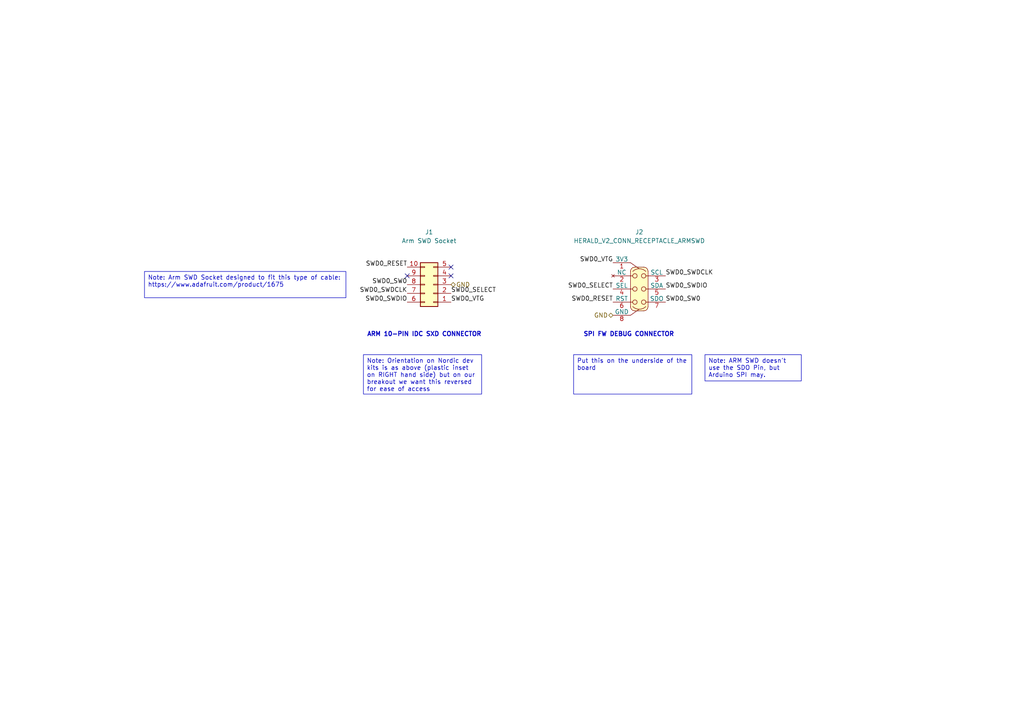
<source format=kicad_sch>
(kicad_sch (version 20230121) (generator eeschema)

  (uuid 44c2b1cf-2bb1-403b-8364-0888f67ccc40)

  (paper "A4")

  (lib_symbols
    (symbol "Connector_Generic:Conn_02x05_Top_Bottom" (pin_names (offset 1.016) hide) (in_bom yes) (on_board yes)
      (property "Reference" "J" (at 1.27 7.62 0)
        (effects (font (size 1.27 1.27)))
      )
      (property "Value" "Conn_02x05_Top_Bottom" (at 1.27 -7.62 0)
        (effects (font (size 1.27 1.27)))
      )
      (property "Footprint" "" (at 0 0 0)
        (effects (font (size 1.27 1.27)) hide)
      )
      (property "Datasheet" "~" (at 0 0 0)
        (effects (font (size 1.27 1.27)) hide)
      )
      (property "ki_keywords" "connector" (at 0 0 0)
        (effects (font (size 1.27 1.27)) hide)
      )
      (property "ki_description" "Generic connector, double row, 02x05, top/bottom pin numbering scheme (row 1: 1...pins_per_row, row2: pins_per_row+1 ... num_pins), script generated (kicad-library-utils/schlib/autogen/connector/)" (at 0 0 0)
        (effects (font (size 1.27 1.27)) hide)
      )
      (property "ki_fp_filters" "Connector*:*_2x??_*" (at 0 0 0)
        (effects (font (size 1.27 1.27)) hide)
      )
      (symbol "Conn_02x05_Top_Bottom_1_1"
        (rectangle (start -1.27 -4.953) (end 0 -5.207)
          (stroke (width 0.1524) (type default))
          (fill (type none))
        )
        (rectangle (start -1.27 -2.413) (end 0 -2.667)
          (stroke (width 0.1524) (type default))
          (fill (type none))
        )
        (rectangle (start -1.27 0.127) (end 0 -0.127)
          (stroke (width 0.1524) (type default))
          (fill (type none))
        )
        (rectangle (start -1.27 2.667) (end 0 2.413)
          (stroke (width 0.1524) (type default))
          (fill (type none))
        )
        (rectangle (start -1.27 5.207) (end 0 4.953)
          (stroke (width 0.1524) (type default))
          (fill (type none))
        )
        (rectangle (start -1.27 6.35) (end 3.81 -6.35)
          (stroke (width 0.254) (type default))
          (fill (type background))
        )
        (rectangle (start 3.81 -4.953) (end 2.54 -5.207)
          (stroke (width 0.1524) (type default))
          (fill (type none))
        )
        (rectangle (start 3.81 -2.413) (end 2.54 -2.667)
          (stroke (width 0.1524) (type default))
          (fill (type none))
        )
        (rectangle (start 3.81 0.127) (end 2.54 -0.127)
          (stroke (width 0.1524) (type default))
          (fill (type none))
        )
        (rectangle (start 3.81 2.667) (end 2.54 2.413)
          (stroke (width 0.1524) (type default))
          (fill (type none))
        )
        (rectangle (start 3.81 5.207) (end 2.54 4.953)
          (stroke (width 0.1524) (type default))
          (fill (type none))
        )
        (pin passive line (at -5.08 5.08 0) (length 3.81)
          (name "Pin_1" (effects (font (size 1.27 1.27))))
          (number "1" (effects (font (size 1.27 1.27))))
        )
        (pin passive line (at 7.62 -5.08 180) (length 3.81)
          (name "Pin_10" (effects (font (size 1.27 1.27))))
          (number "10" (effects (font (size 1.27 1.27))))
        )
        (pin passive line (at -5.08 2.54 0) (length 3.81)
          (name "Pin_2" (effects (font (size 1.27 1.27))))
          (number "2" (effects (font (size 1.27 1.27))))
        )
        (pin passive line (at -5.08 0 0) (length 3.81)
          (name "Pin_3" (effects (font (size 1.27 1.27))))
          (number "3" (effects (font (size 1.27 1.27))))
        )
        (pin passive line (at -5.08 -2.54 0) (length 3.81)
          (name "Pin_4" (effects (font (size 1.27 1.27))))
          (number "4" (effects (font (size 1.27 1.27))))
        )
        (pin passive line (at -5.08 -5.08 0) (length 3.81)
          (name "Pin_5" (effects (font (size 1.27 1.27))))
          (number "5" (effects (font (size 1.27 1.27))))
        )
        (pin passive line (at 7.62 5.08 180) (length 3.81)
          (name "Pin_6" (effects (font (size 1.27 1.27))))
          (number "6" (effects (font (size 1.27 1.27))))
        )
        (pin passive line (at 7.62 2.54 180) (length 3.81)
          (name "Pin_7" (effects (font (size 1.27 1.27))))
          (number "7" (effects (font (size 1.27 1.27))))
        )
        (pin passive line (at 7.62 0 180) (length 3.81)
          (name "Pin_8" (effects (font (size 1.27 1.27))))
          (number "8" (effects (font (size 1.27 1.27))))
        )
        (pin passive line (at 7.62 -2.54 180) (length 3.81)
          (name "Pin_9" (effects (font (size 1.27 1.27))))
          (number "9" (effects (font (size 1.27 1.27))))
        )
      )
    )
    (symbol "Herald_Extras:HERALD_V2_CONN_RECEPTACLE_ARMSWD" (pin_names (offset 0)) (in_bom yes) (on_board yes)
      (property "Reference" "J" (at 0 10.16 0)
        (effects (font (size 1.27 1.27)))
      )
      (property "Value" "HERALD_V2_CONN_RECEPTACLE_ARMSWD" (at -1.27 -12.7 0)
        (effects (font (size 1.27 1.27)))
      )
      (property "Footprint" "Herald:HERALD_V2_CONN_RECEPTACLE" (at 0.635 13.97 0)
        (effects (font (size 1.27 1.27)) hide)
      )
      (property "Datasheet" "https://ele.kyocera.com/assets/products/connector/specification/201035861003.pdf" (at 1.27 -16.51 0)
        (effects (font (size 1.27 1.27)) hide)
      )
      (property "MPN" "245861006004829+" (at 0.635 -20.32 0)
        (effects (font (size 1.27 1.27)) hide)
      )
      (property "ki_keywords" "kyocera, 245861006004829+, 5861, herald, receptacle" (at 0 0 0)
        (effects (font (size 1.27 1.27)) hide)
      )
      (property "ki_description" "Herald standard connector boards receptacle connector. Kyocera 245861006004829+" (at 0 0 0)
        (effects (font (size 1.27 1.27)) hide)
      )
      (symbol "HERALD_V2_CONN_RECEPTACLE_ARMSWD_0_1"
        (polyline
          (pts
            (xy -2.54 -8.89)
            (xy 0 -7.112)
          )
          (stroke (width 0) (type default))
          (fill (type none))
        )
        (polyline
          (pts
            (xy -2.54 -5.08)
            (xy -1.905 -5.08)
          )
          (stroke (width 0) (type default))
          (fill (type none))
        )
        (polyline
          (pts
            (xy -2.54 -1.27)
            (xy -1.905 -1.27)
          )
          (stroke (width 0) (type default))
          (fill (type none))
        )
        (polyline
          (pts
            (xy -2.54 2.54)
            (xy -1.905 2.54)
          )
          (stroke (width 0) (type default))
          (fill (type none))
        )
        (polyline
          (pts
            (xy -2.54 6.35)
            (xy 0 4.572)
          )
          (stroke (width 0) (type default))
          (fill (type none))
        )
        (polyline
          (pts
            (xy 2.54 -5.08)
            (xy 1.905 -5.08)
          )
          (stroke (width 0) (type default))
          (fill (type none))
        )
        (polyline
          (pts
            (xy 2.54 -1.27)
            (xy 1.905 -1.27)
          )
          (stroke (width 0) (type default))
          (fill (type none))
        )
        (polyline
          (pts
            (xy 2.54 2.54)
            (xy 1.905 2.54)
          )
          (stroke (width 0) (type default))
          (fill (type none))
        )
      )
      (symbol "HERALD_V2_CONN_RECEPTACLE_ARMSWD_1_1"
        (arc (start -2.54 -6.35) (mid -2.168 -7.248) (end -1.27 -7.62)
          (stroke (width 0) (type default))
          (fill (type background))
        )
        (rectangle (start -2.54 3.81) (end 2.54 -6.35)
          (stroke (width -0.0001) (type default))
          (fill (type background))
        )
        (arc (start -1.905 -6.35) (mid 0 -7.1377) (end 1.905 -6.35)
          (stroke (width 0) (type default))
          (fill (type none))
        )
        (rectangle (start -1.27 -6.35) (end 1.27 -7.62)
          (stroke (width -0.0001) (type default))
          (fill (type background))
        )
        (circle (center -1.27 -5.08) (radius 0.635)
          (stroke (width 0) (type default))
          (fill (type none))
        )
        (circle (center -1.27 -1.27) (radius 0.635)
          (stroke (width 0) (type default))
          (fill (type none))
        )
        (circle (center -1.27 2.54) (radius 0.635)
          (stroke (width 0) (type default))
          (fill (type none))
        )
        (arc (start -1.27 5.08) (mid -2.168 4.708) (end -2.54 3.81)
          (stroke (width 0) (type default))
          (fill (type background))
        )
        (rectangle (start -1.27 5.08) (end 1.27 3.81)
          (stroke (width -0.0001) (type default))
          (fill (type background))
        )
        (polyline
          (pts
            (xy -2.54 3.81)
            (xy -2.54 -6.35)
          )
          (stroke (width 0) (type default))
          (fill (type none))
        )
        (polyline
          (pts
            (xy -1.27 -7.62)
            (xy 1.27 -7.62)
          )
          (stroke (width 0) (type default))
          (fill (type none))
        )
        (polyline
          (pts
            (xy -1.27 5.08)
            (xy 1.27 5.08)
          )
          (stroke (width 0) (type default))
          (fill (type none))
        )
        (polyline
          (pts
            (xy 2.54 -6.35)
            (xy 2.54 3.81)
          )
          (stroke (width 0) (type default))
          (fill (type none))
        )
        (arc (start 1.27 -7.62) (mid 2.168 -7.248) (end 2.54 -6.35)
          (stroke (width 0) (type default))
          (fill (type background))
        )
        (circle (center 1.27 -5.08) (radius 0.635)
          (stroke (width 0) (type default))
          (fill (type none))
        )
        (circle (center 1.27 -1.27) (radius 0.635)
          (stroke (width 0) (type default))
          (fill (type none))
        )
        (circle (center 1.27 2.54) (radius 0.635)
          (stroke (width 0) (type default))
          (fill (type none))
        )
        (arc (start 1.905 3.8141) (mid 0 4.602) (end -1.905 3.8141)
          (stroke (width 0) (type default))
          (fill (type none))
        )
        (arc (start 2.54 3.81) (mid 2.168 4.708) (end 1.27 5.08)
          (stroke (width 0) (type default))
          (fill (type background))
        )
        (text private "Note: Signal are each max 0.5A, 3V3 and GND are both max 5A" (at 1.27 -24.13 0)
          (effects (font (face "KiCad Font") (size 1.27 1.27)))
        )
        (pin passive line (at -7.62 6.35 0) (length 5.08)
          (name "3V3" (effects (font (size 1.27 1.27))))
          (number "1" (effects (font (size 1.27 1.27))))
        )
        (pin no_connect line (at -7.62 2.54 0) (length 5.08)
          (name "NC" (effects (font (size 1.27 1.27))))
          (number "2" (effects (font (size 1.27 1.27))))
        )
        (pin passive line (at 7.62 2.54 180) (length 5.08)
          (name "SCL" (effects (font (size 1.27 1.27))))
          (number "3" (effects (font (size 1.27 1.27))))
        )
        (pin bidirectional line (at -7.62 -1.27 0) (length 5.08)
          (name "SEL" (effects (font (size 1.27 1.27))))
          (number "4" (effects (font (size 1.27 1.27))))
        )
        (pin bidirectional line (at 7.62 -1.27 180) (length 5.08)
          (name "SDA" (effects (font (size 1.27 1.27))))
          (number "5" (effects (font (size 1.27 1.27))))
        )
        (pin bidirectional line (at -7.62 -5.08 0) (length 5.08)
          (name "RST" (effects (font (size 1.27 1.27))))
          (number "6" (effects (font (size 1.27 1.27))))
        )
        (pin bidirectional line (at 7.62 -5.08 180) (length 5.08)
          (name "SDO" (effects (font (size 1.27 1.27))))
          (number "7" (effects (font (size 1.27 1.27))))
        )
        (pin passive line (at -7.62 -8.89 0) (length 5.08)
          (name "GND" (effects (font (size 1.27 1.27))))
          (number "8" (effects (font (size 1.27 1.27))))
        )
      )
    )
  )


  (no_connect (at 130.81 77.47) (uuid 4067aff0-ac09-45ac-b266-761b0d4111d4))
  (no_connect (at 118.11 80.01) (uuid 5e2274bc-833e-413e-aad9-5611a1b29839))
  (no_connect (at 130.81 80.01) (uuid c59a7cfa-ddba-48a5-a107-26240e364507))

  (text_box "Put this on the underside of the board"
    (at 166.37 102.87 0) (size 34.29 11.43)
    (stroke (width 0) (type default))
    (fill (type none))
    (effects (font (size 1.27 1.27)) (justify left top))
    (uuid 07f90d59-844a-47ac-a28e-f0f8fc84a5c5)
  )
  (text_box "Note: Arm SWD Socket designed to fit this type of cable: https://www.adafruit.com/product/1675"
    (at 41.91 78.74 0) (size 58.42 7.62)
    (stroke (width 0) (type default))
    (fill (type none))
    (effects (font (size 1.27 1.27)) (justify left top))
    (uuid 486e5724-748a-4bbe-8d1d-2890c26ce925)
  )
  (text_box "Note: Orientation on Nordic dev kits is as above (plastic inset on RIGHT hand side) but on our breakout we want this reversed for ease of access"
    (at 105.41 102.87 0) (size 34.29 11.43)
    (stroke (width 0) (type default))
    (fill (type none))
    (effects (font (size 1.27 1.27)) (justify left top))
    (uuid 6376e8b4-8653-47f7-8044-ef66b27a6811)
  )
  (text_box "Note: ARM SWD doesn't use the SDO Pin, but Arduino SPI may."
    (at 204.47 102.87 0) (size 27.94 7.62)
    (stroke (width 0) (type default))
    (fill (type none))
    (effects (font (size 1.27 1.27)) (justify left top))
    (uuid f7cd5f19-dea1-40cc-8791-71e1d56b9375)
  )

  (text "SPI FW DEBUG CONNECTOR" (at 195.58 97.79 0)
    (effects (font (size 1.27 1.27) bold) (justify right bottom))
    (uuid 424be6a1-b767-4e58-be3b-444e2aba57ba)
  )
  (text "ARM 10-PIN IDC SXD CONNECTOR" (at 139.7 97.79 0)
    (effects (font (size 1.27 1.27) bold) (justify right bottom))
    (uuid b4d37ca5-879f-4aad-9751-375781448d10)
  )

  (label "SWD0_SELECT" (at 177.8 83.82 180) (fields_autoplaced)
    (effects (font (size 1.27 1.27)) (justify right bottom))
    (uuid 1611b9df-e4e5-48ea-bda1-30c16b4fe570)
  )
  (label "SWD0_SWDCLK" (at 118.11 85.09 180) (fields_autoplaced)
    (effects (font (size 1.27 1.27)) (justify right bottom))
    (uuid 7761d277-8c40-49b0-8da2-2447ebdd81f8)
  )
  (label "SWD0_SWDIO" (at 118.11 87.63 180) (fields_autoplaced)
    (effects (font (size 1.27 1.27)) (justify right bottom))
    (uuid 94970922-5bf2-401b-8a77-0b69c9ba0f94)
  )
  (label "SWD0_RESET" (at 177.8 87.63 180) (fields_autoplaced)
    (effects (font (size 1.27 1.27)) (justify right bottom))
    (uuid a7a3ce50-4da3-43ef-a940-cd8e7fe9b688)
  )
  (label "SWD0_SWDIO" (at 193.04 83.82 0) (fields_autoplaced)
    (effects (font (size 1.27 1.27)) (justify left bottom))
    (uuid b1a5e5b1-73ad-4d01-a607-4b2e6979c3f9)
  )
  (label "SWD0_SW0" (at 118.11 82.55 180) (fields_autoplaced)
    (effects (font (size 1.27 1.27)) (justify right bottom))
    (uuid bf9c3f3e-69de-4134-badf-cc7e34a0ee6b)
  )
  (label "SWD0_RESET" (at 118.11 77.47 180) (fields_autoplaced)
    (effects (font (size 1.27 1.27)) (justify right bottom))
    (uuid c59b35e7-e1b4-401a-af7a-742339b03b2d)
  )
  (label "SWD0_VTG" (at 130.81 87.63 0) (fields_autoplaced)
    (effects (font (size 1.27 1.27)) (justify left bottom))
    (uuid ca13075f-4a50-426f-a591-5343544d497b)
  )
  (label "SWD0_SELECT" (at 130.81 85.09 0) (fields_autoplaced)
    (effects (font (size 1.27 1.27)) (justify left bottom))
    (uuid cb0b0e64-5b00-45f3-a014-a95e6c55ec68)
  )
  (label "SWD0_SW0" (at 193.04 87.63 0) (fields_autoplaced)
    (effects (font (size 1.27 1.27)) (justify left bottom))
    (uuid d93c93e4-57c2-4f6f-a215-ac62eb9cb94b)
  )
  (label "SWD0_VTG" (at 177.8 76.2 180) (fields_autoplaced)
    (effects (font (size 1.27 1.27)) (justify right bottom))
    (uuid deb7dc08-39d4-463e-82c2-7b93585a13eb)
  )
  (label "SWD0_SWDCLK" (at 193.04 80.01 0) (fields_autoplaced)
    (effects (font (size 1.27 1.27)) (justify left bottom))
    (uuid e8c92624-b737-4c79-8b1a-8e4984f730cd)
  )

  (hierarchical_label "GND" (shape bidirectional) (at 130.81 82.55 0) (fields_autoplaced)
    (effects (font (size 1.27 1.27)) (justify left))
    (uuid 22d53bff-7f02-4bf0-ba46-9ec8905aa0da)
  )
  (hierarchical_label "GND" (shape bidirectional) (at 177.8 91.44 180) (fields_autoplaced)
    (effects (font (size 1.27 1.27)) (justify right))
    (uuid c876521a-c53c-4f50-9b39-d0c18e56de04)
  )

  (symbol (lib_id "Herald_Extras:HERALD_V2_CONN_RECEPTACLE_ARMSWD") (at 185.42 82.55 0) (unit 1)
    (in_bom yes) (on_board yes) (dnp no)
    (uuid eb208a16-5b5b-4248-9ac5-a0fa27e0d9fb)
    (property "Reference" "J2" (at 185.42 67.31 0)
      (effects (font (size 1.27 1.27)))
    )
    (property "Value" "HERALD_V2_CONN_RECEPTACLE_ARMSWD" (at 185.42 69.85 0)
      (effects (font (size 1.27 1.27)))
    )
    (property "Footprint" "Herald:HERALD_V2_CONN_RECEPTACLE" (at 186.055 68.58 0)
      (effects (font (size 1.27 1.27)) hide)
    )
    (property "Datasheet" "https://ele.kyocera.com/assets/products/connector/specification/201035861003.pdf" (at 186.69 99.06 0)
      (effects (font (size 1.27 1.27)) hide)
    )
    (property "MPN" "245861006004829+" (at 186.055 102.87 0)
      (effects (font (size 1.27 1.27)) hide)
    )
    (pin "1" (uuid 05b36593-6fc5-4823-8af9-0b428b416dd9))
    (pin "2" (uuid 73b0f306-94d5-4361-9583-e15b6ee7e44e))
    (pin "3" (uuid eac210d7-694b-4e66-b846-2ac65ef07995))
    (pin "4" (uuid 110e4665-c52d-4138-8cd1-4b041a06f11d))
    (pin "5" (uuid eb3c9698-03be-4fdc-a557-9d683f258cf2))
    (pin "6" (uuid 537ba4d7-4475-488a-ad0f-f83f4f4745f5))
    (pin "7" (uuid 64fdd55d-4684-4580-be13-15ae998180c4))
    (pin "8" (uuid 2ae51125-701d-4909-86f0-ce6dc8ddd354))
    (instances
      (project "pcb-adapter-armswd"
        (path "/44c2b1cf-2bb1-403b-8364-0888f67ccc40"
          (reference "J2") (unit 1)
        )
      )
    )
  )

  (symbol (lib_id "Connector_Generic:Conn_02x05_Top_Bottom") (at 125.73 82.55 180) (unit 1)
    (in_bom yes) (on_board yes) (dnp no)
    (uuid f15a4458-ee37-431e-9176-68394b9c4063)
    (property "Reference" "J1" (at 124.46 67.31 0)
      (effects (font (size 1.27 1.27)))
    )
    (property "Value" "Arm SWD Socket" (at 124.46 69.85 0)
      (effects (font (size 1.27 1.27)))
    )
    (property "Footprint" "Connector_PinSocket_1.27mm:PinSocket_2x05_P1.27mm_Vertical" (at 125.73 82.55 0)
      (effects (font (size 1.27 1.27)) hide)
    )
    (property "Datasheet" "~" (at 125.73 82.55 0)
      (effects (font (size 1.27 1.27)) hide)
    )
    (property "MPN" "3220-10-0100-00" (at 125.73 82.55 0)
      (effects (font (size 1.27 1.27)) hide)
    )
    (property "Description" "CONN HEADER VERT 10POS 1.27MM" (at 125.73 82.55 0)
      (effects (font (size 1.27 1.27)) hide)
    )
    (pin "1" (uuid b34869d7-708f-48c1-b8c7-0e0ded20fe21))
    (pin "10" (uuid ede5658b-069f-4c17-b1b1-7069b7dcf918))
    (pin "2" (uuid 444f8887-96b9-42df-9bd0-43251fea358e))
    (pin "3" (uuid 0299f11b-76a4-4706-8669-16c00949f58c))
    (pin "4" (uuid db013085-b825-41c6-adf3-a2bf09fe94e3))
    (pin "5" (uuid ca4b4e07-24f4-4390-b824-7d1de8d8e137))
    (pin "6" (uuid 1a681392-6e6a-4f7a-af19-db269daab5e4))
    (pin "7" (uuid ad1b19f4-1392-426d-a8fa-cd051e0b3d40))
    (pin "8" (uuid 46da230e-e25c-4c2d-8047-69916fd1d4fe))
    (pin "9" (uuid 177b731b-2d07-45f5-8618-52fcf32a17f7))
    (instances
      (project "pcb-adapter-armswd"
        (path "/44c2b1cf-2bb1-403b-8364-0888f67ccc40"
          (reference "J1") (unit 1)
        )
      )
    )
  )

  (sheet_instances
    (path "/" (page "1"))
  )
)

</source>
